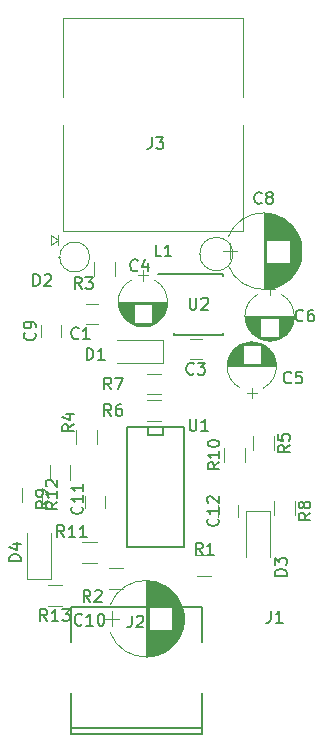
<source format=gto>
G04 #@! TF.FileFunction,Legend,Top*
%FSLAX46Y46*%
G04 Gerber Fmt 4.6, Leading zero omitted, Abs format (unit mm)*
G04 Created by KiCad (PCBNEW 4.0.6) date 08/29/19 03:11:04*
%MOMM*%
%LPD*%
G01*
G04 APERTURE LIST*
%ADD10C,0.100000*%
%ADD11C,0.120000*%
%ADD12C,0.150000*%
G04 APERTURE END LIST*
D10*
D11*
X142050000Y-104520000D02*
X142050000Y-103320000D01*
X143810000Y-103320000D02*
X143810000Y-104520000D01*
D12*
X155836000Y-108380000D02*
X151010000Y-108380000D01*
X151010000Y-108380000D02*
X151010000Y-98220000D01*
X151010000Y-98220000D02*
X155836000Y-98220000D01*
X155836000Y-98220000D02*
X155836000Y-108380000D01*
X154058000Y-98220000D02*
X154058000Y-98855000D01*
X154058000Y-98855000D02*
X152788000Y-98855000D01*
X152788000Y-98855000D02*
X152788000Y-98220000D01*
D11*
X160400000Y-105800000D02*
X160400000Y-104800000D01*
X158700000Y-104800000D02*
X158700000Y-105800000D01*
X148500000Y-87750000D02*
X147500000Y-87750000D01*
X147500000Y-89450000D02*
X148500000Y-89450000D01*
X165567820Y-82120864D02*
G75*
G03X159532518Y-82120000I-3017820J-1179136D01*
G01*
X165567820Y-84479136D02*
G75*
G02X159532518Y-84480000I-3017820J1179136D01*
G01*
X165567820Y-84479136D02*
G75*
G03X165567482Y-82120000I-3017820J1179136D01*
G01*
X162550000Y-80100000D02*
X162550000Y-86500000D01*
X162590000Y-80100000D02*
X162590000Y-86500000D01*
X162630000Y-80100000D02*
X162630000Y-86500000D01*
X162670000Y-80102000D02*
X162670000Y-86498000D01*
X162710000Y-80103000D02*
X162710000Y-86497000D01*
X162750000Y-80106000D02*
X162750000Y-86494000D01*
X162790000Y-80108000D02*
X162790000Y-86492000D01*
X162830000Y-80112000D02*
X162830000Y-82320000D01*
X162830000Y-84280000D02*
X162830000Y-86488000D01*
X162870000Y-80115000D02*
X162870000Y-82320000D01*
X162870000Y-84280000D02*
X162870000Y-86485000D01*
X162910000Y-80120000D02*
X162910000Y-82320000D01*
X162910000Y-84280000D02*
X162910000Y-86480000D01*
X162950000Y-80124000D02*
X162950000Y-82320000D01*
X162950000Y-84280000D02*
X162950000Y-86476000D01*
X162990000Y-80130000D02*
X162990000Y-82320000D01*
X162990000Y-84280000D02*
X162990000Y-86470000D01*
X163030000Y-80135000D02*
X163030000Y-82320000D01*
X163030000Y-84280000D02*
X163030000Y-86465000D01*
X163070000Y-80142000D02*
X163070000Y-82320000D01*
X163070000Y-84280000D02*
X163070000Y-86458000D01*
X163110000Y-80148000D02*
X163110000Y-82320000D01*
X163110000Y-84280000D02*
X163110000Y-86452000D01*
X163150000Y-80156000D02*
X163150000Y-82320000D01*
X163150000Y-84280000D02*
X163150000Y-86444000D01*
X163190000Y-80163000D02*
X163190000Y-82320000D01*
X163190000Y-84280000D02*
X163190000Y-86437000D01*
X163230000Y-80172000D02*
X163230000Y-82320000D01*
X163230000Y-84280000D02*
X163230000Y-86428000D01*
X163271000Y-80181000D02*
X163271000Y-82320000D01*
X163271000Y-84280000D02*
X163271000Y-86419000D01*
X163311000Y-80190000D02*
X163311000Y-82320000D01*
X163311000Y-84280000D02*
X163311000Y-86410000D01*
X163351000Y-80200000D02*
X163351000Y-82320000D01*
X163351000Y-84280000D02*
X163351000Y-86400000D01*
X163391000Y-80210000D02*
X163391000Y-82320000D01*
X163391000Y-84280000D02*
X163391000Y-86390000D01*
X163431000Y-80221000D02*
X163431000Y-82320000D01*
X163431000Y-84280000D02*
X163431000Y-86379000D01*
X163471000Y-80233000D02*
X163471000Y-82320000D01*
X163471000Y-84280000D02*
X163471000Y-86367000D01*
X163511000Y-80245000D02*
X163511000Y-82320000D01*
X163511000Y-84280000D02*
X163511000Y-86355000D01*
X163551000Y-80258000D02*
X163551000Y-82320000D01*
X163551000Y-84280000D02*
X163551000Y-86342000D01*
X163591000Y-80271000D02*
X163591000Y-82320000D01*
X163591000Y-84280000D02*
X163591000Y-86329000D01*
X163631000Y-80285000D02*
X163631000Y-82320000D01*
X163631000Y-84280000D02*
X163631000Y-86315000D01*
X163671000Y-80299000D02*
X163671000Y-82320000D01*
X163671000Y-84280000D02*
X163671000Y-86301000D01*
X163711000Y-80314000D02*
X163711000Y-82320000D01*
X163711000Y-84280000D02*
X163711000Y-86286000D01*
X163751000Y-80330000D02*
X163751000Y-82320000D01*
X163751000Y-84280000D02*
X163751000Y-86270000D01*
X163791000Y-80346000D02*
X163791000Y-82320000D01*
X163791000Y-84280000D02*
X163791000Y-86254000D01*
X163831000Y-80363000D02*
X163831000Y-82320000D01*
X163831000Y-84280000D02*
X163831000Y-86237000D01*
X163871000Y-80381000D02*
X163871000Y-82320000D01*
X163871000Y-84280000D02*
X163871000Y-86219000D01*
X163911000Y-80399000D02*
X163911000Y-82320000D01*
X163911000Y-84280000D02*
X163911000Y-86201000D01*
X163951000Y-80418000D02*
X163951000Y-82320000D01*
X163951000Y-84280000D02*
X163951000Y-86182000D01*
X163991000Y-80437000D02*
X163991000Y-82320000D01*
X163991000Y-84280000D02*
X163991000Y-86163000D01*
X164031000Y-80457000D02*
X164031000Y-82320000D01*
X164031000Y-84280000D02*
X164031000Y-86143000D01*
X164071000Y-80478000D02*
X164071000Y-82320000D01*
X164071000Y-84280000D02*
X164071000Y-86122000D01*
X164111000Y-80500000D02*
X164111000Y-82320000D01*
X164111000Y-84280000D02*
X164111000Y-86100000D01*
X164151000Y-80522000D02*
X164151000Y-82320000D01*
X164151000Y-84280000D02*
X164151000Y-86078000D01*
X164191000Y-80545000D02*
X164191000Y-82320000D01*
X164191000Y-84280000D02*
X164191000Y-86055000D01*
X164231000Y-80569000D02*
X164231000Y-82320000D01*
X164231000Y-84280000D02*
X164231000Y-86031000D01*
X164271000Y-80594000D02*
X164271000Y-82320000D01*
X164271000Y-84280000D02*
X164271000Y-86006000D01*
X164311000Y-80619000D02*
X164311000Y-82320000D01*
X164311000Y-84280000D02*
X164311000Y-85981000D01*
X164351000Y-80646000D02*
X164351000Y-82320000D01*
X164351000Y-84280000D02*
X164351000Y-85954000D01*
X164391000Y-80673000D02*
X164391000Y-82320000D01*
X164391000Y-84280000D02*
X164391000Y-85927000D01*
X164431000Y-80701000D02*
X164431000Y-82320000D01*
X164431000Y-84280000D02*
X164431000Y-85899000D01*
X164471000Y-80730000D02*
X164471000Y-82320000D01*
X164471000Y-84280000D02*
X164471000Y-85870000D01*
X164511000Y-80760000D02*
X164511000Y-82320000D01*
X164511000Y-84280000D02*
X164511000Y-85840000D01*
X164551000Y-80790000D02*
X164551000Y-82320000D01*
X164551000Y-84280000D02*
X164551000Y-85810000D01*
X164591000Y-80822000D02*
X164591000Y-82320000D01*
X164591000Y-84280000D02*
X164591000Y-85778000D01*
X164631000Y-80855000D02*
X164631000Y-82320000D01*
X164631000Y-84280000D02*
X164631000Y-85745000D01*
X164671000Y-80889000D02*
X164671000Y-82320000D01*
X164671000Y-84280000D02*
X164671000Y-85711000D01*
X164711000Y-80925000D02*
X164711000Y-82320000D01*
X164711000Y-84280000D02*
X164711000Y-85675000D01*
X164751000Y-80961000D02*
X164751000Y-82320000D01*
X164751000Y-84280000D02*
X164751000Y-85639000D01*
X164791000Y-80999000D02*
X164791000Y-85601000D01*
X164831000Y-81038000D02*
X164831000Y-85562000D01*
X164871000Y-81078000D02*
X164871000Y-85522000D01*
X164911000Y-81120000D02*
X164911000Y-85480000D01*
X164951000Y-81163000D02*
X164951000Y-85437000D01*
X164991000Y-81208000D02*
X164991000Y-85392000D01*
X165031000Y-81255000D02*
X165031000Y-85345000D01*
X165071000Y-81303000D02*
X165071000Y-85297000D01*
X165111000Y-81354000D02*
X165111000Y-85246000D01*
X165151000Y-81406000D02*
X165151000Y-85194000D01*
X165191000Y-81461000D02*
X165191000Y-85139000D01*
X165231000Y-81519000D02*
X165231000Y-85081000D01*
X165271000Y-81579000D02*
X165271000Y-85021000D01*
X165311000Y-81642000D02*
X165311000Y-84958000D01*
X165351000Y-81709000D02*
X165351000Y-84891000D01*
X165391000Y-81780000D02*
X165391000Y-84820000D01*
X165431000Y-81855000D02*
X165431000Y-84745000D01*
X165471000Y-81936000D02*
X165471000Y-84664000D01*
X165511000Y-82022000D02*
X165511000Y-84578000D01*
X165551000Y-82116000D02*
X165551000Y-84484000D01*
X165591000Y-82219000D02*
X165591000Y-84381000D01*
X165631000Y-82334000D02*
X165631000Y-84266000D01*
X165671000Y-82466000D02*
X165671000Y-84134000D01*
X165711000Y-82624000D02*
X165711000Y-83976000D01*
X165751000Y-82832000D02*
X165751000Y-83768000D01*
X159100000Y-83300000D02*
X160300000Y-83300000D01*
X159700000Y-82650000D02*
X159700000Y-83950000D01*
X160770000Y-63580000D02*
X145530000Y-63580000D01*
X145530000Y-81610000D02*
X145540000Y-72620000D01*
X145530000Y-81610000D02*
X160770000Y-81610000D01*
X160770000Y-81610000D02*
X160770000Y-72610000D01*
X145540000Y-70280000D02*
X145530000Y-63580000D01*
X160770000Y-70290000D02*
X160770000Y-63580000D01*
D12*
X157360060Y-124198960D02*
X157360060Y-123650320D01*
X146239940Y-123650320D02*
X146239940Y-124198960D01*
X146239940Y-124198960D02*
X157360060Y-124198960D01*
X157360060Y-116418940D02*
X157360060Y-113449680D01*
X157360060Y-113449680D02*
X151800000Y-113449680D01*
X146239940Y-120681060D02*
X146239940Y-123650320D01*
X146239940Y-123650320D02*
X157360060Y-123650320D01*
X157360060Y-123650320D02*
X157360060Y-120681060D01*
X151800000Y-113449680D02*
X146239940Y-113449680D01*
X146239940Y-113449680D02*
X146239940Y-116418940D01*
X154975000Y-85225000D02*
X154975000Y-85275000D01*
X159125000Y-85225000D02*
X159125000Y-85370000D01*
X159125000Y-90375000D02*
X159125000Y-90230000D01*
X154975000Y-90375000D02*
X154975000Y-90230000D01*
X154975000Y-85225000D02*
X159125000Y-85225000D01*
X154975000Y-90375000D02*
X159125000Y-90375000D01*
X154975000Y-85275000D02*
X153575000Y-85275000D01*
D11*
X145283629Y-83800000D02*
X145110000Y-83800000D01*
X145153000Y-82820000D02*
X145153000Y-81931000D01*
X145153000Y-82375500D02*
X144560333Y-82820000D01*
X144560333Y-82820000D02*
X144560333Y-81931000D01*
X144560333Y-81931000D02*
X145153000Y-82375500D01*
X147816371Y-83800000D02*
G75*
G03X147816371Y-83800000I-1266371J0D01*
G01*
X159960000Y-83550000D02*
G75*
G03X159960000Y-83550000I-1410000J0D01*
G01*
X157140000Y-83550000D02*
X157110000Y-83550000D01*
X153304170Y-89446436D02*
G75*
G03X153305000Y-85754004I-979170J1846436D01*
G01*
X151345830Y-89446436D02*
G75*
G02X151345000Y-85754004I979170J1846436D01*
G01*
X151345830Y-89446436D02*
G75*
G03X153305000Y-89445996I979170J1846436D01*
G01*
X154375000Y-87600000D02*
X150275000Y-87600000D01*
X154375000Y-87640000D02*
X150275000Y-87640000D01*
X154374000Y-87680000D02*
X150276000Y-87680000D01*
X154372000Y-87720000D02*
X150278000Y-87720000D01*
X154369000Y-87760000D02*
X150281000Y-87760000D01*
X154366000Y-87800000D02*
X150284000Y-87800000D01*
X154362000Y-87840000D02*
X153105000Y-87840000D01*
X151545000Y-87840000D02*
X150288000Y-87840000D01*
X154357000Y-87880000D02*
X153105000Y-87880000D01*
X151545000Y-87880000D02*
X150293000Y-87880000D01*
X154351000Y-87920000D02*
X153105000Y-87920000D01*
X151545000Y-87920000D02*
X150299000Y-87920000D01*
X154344000Y-87960000D02*
X153105000Y-87960000D01*
X151545000Y-87960000D02*
X150306000Y-87960000D01*
X154337000Y-88000000D02*
X153105000Y-88000000D01*
X151545000Y-88000000D02*
X150313000Y-88000000D01*
X154329000Y-88040000D02*
X153105000Y-88040000D01*
X151545000Y-88040000D02*
X150321000Y-88040000D01*
X154320000Y-88080000D02*
X153105000Y-88080000D01*
X151545000Y-88080000D02*
X150330000Y-88080000D01*
X154310000Y-88120000D02*
X153105000Y-88120000D01*
X151545000Y-88120000D02*
X150340000Y-88120000D01*
X154299000Y-88160000D02*
X153105000Y-88160000D01*
X151545000Y-88160000D02*
X150351000Y-88160000D01*
X154288000Y-88200000D02*
X153105000Y-88200000D01*
X151545000Y-88200000D02*
X150362000Y-88200000D01*
X154275000Y-88240000D02*
X153105000Y-88240000D01*
X151545000Y-88240000D02*
X150375000Y-88240000D01*
X154262000Y-88280000D02*
X153105000Y-88280000D01*
X151545000Y-88280000D02*
X150388000Y-88280000D01*
X154248000Y-88321000D02*
X153105000Y-88321000D01*
X151545000Y-88321000D02*
X150402000Y-88321000D01*
X154232000Y-88361000D02*
X153105000Y-88361000D01*
X151545000Y-88361000D02*
X150418000Y-88361000D01*
X154216000Y-88401000D02*
X153105000Y-88401000D01*
X151545000Y-88401000D02*
X150434000Y-88401000D01*
X154199000Y-88441000D02*
X153105000Y-88441000D01*
X151545000Y-88441000D02*
X150451000Y-88441000D01*
X154181000Y-88481000D02*
X153105000Y-88481000D01*
X151545000Y-88481000D02*
X150469000Y-88481000D01*
X154162000Y-88521000D02*
X153105000Y-88521000D01*
X151545000Y-88521000D02*
X150488000Y-88521000D01*
X154142000Y-88561000D02*
X153105000Y-88561000D01*
X151545000Y-88561000D02*
X150508000Y-88561000D01*
X154121000Y-88601000D02*
X153105000Y-88601000D01*
X151545000Y-88601000D02*
X150529000Y-88601000D01*
X154098000Y-88641000D02*
X153105000Y-88641000D01*
X151545000Y-88641000D02*
X150552000Y-88641000D01*
X154075000Y-88681000D02*
X153105000Y-88681000D01*
X151545000Y-88681000D02*
X150575000Y-88681000D01*
X154050000Y-88721000D02*
X153105000Y-88721000D01*
X151545000Y-88721000D02*
X150600000Y-88721000D01*
X154024000Y-88761000D02*
X153105000Y-88761000D01*
X151545000Y-88761000D02*
X150626000Y-88761000D01*
X153997000Y-88801000D02*
X153105000Y-88801000D01*
X151545000Y-88801000D02*
X150653000Y-88801000D01*
X153968000Y-88841000D02*
X153105000Y-88841000D01*
X151545000Y-88841000D02*
X150682000Y-88841000D01*
X153938000Y-88881000D02*
X153105000Y-88881000D01*
X151545000Y-88881000D02*
X150712000Y-88881000D01*
X153906000Y-88921000D02*
X153105000Y-88921000D01*
X151545000Y-88921000D02*
X150744000Y-88921000D01*
X153872000Y-88961000D02*
X153105000Y-88961000D01*
X151545000Y-88961000D02*
X150778000Y-88961000D01*
X153837000Y-89001000D02*
X153105000Y-89001000D01*
X151545000Y-89001000D02*
X150813000Y-89001000D01*
X153800000Y-89041000D02*
X153105000Y-89041000D01*
X151545000Y-89041000D02*
X150850000Y-89041000D01*
X153761000Y-89081000D02*
X153105000Y-89081000D01*
X151545000Y-89081000D02*
X150889000Y-89081000D01*
X153720000Y-89121000D02*
X153105000Y-89121000D01*
X151545000Y-89121000D02*
X150930000Y-89121000D01*
X153676000Y-89161000D02*
X153105000Y-89161000D01*
X151545000Y-89161000D02*
X150974000Y-89161000D01*
X153630000Y-89201000D02*
X153105000Y-89201000D01*
X151545000Y-89201000D02*
X151020000Y-89201000D01*
X153581000Y-89241000D02*
X153105000Y-89241000D01*
X151545000Y-89241000D02*
X151069000Y-89241000D01*
X153529000Y-89281000D02*
X153105000Y-89281000D01*
X151545000Y-89281000D02*
X151121000Y-89281000D01*
X153473000Y-89321000D02*
X153105000Y-89321000D01*
X151545000Y-89321000D02*
X151177000Y-89321000D01*
X153413000Y-89361000D02*
X153105000Y-89361000D01*
X151545000Y-89361000D02*
X151237000Y-89361000D01*
X153348000Y-89401000D02*
X151302000Y-89401000D01*
X153277000Y-89441000D02*
X151373000Y-89441000D01*
X153199000Y-89481000D02*
X151451000Y-89481000D01*
X153111000Y-89521000D02*
X151539000Y-89521000D01*
X153011000Y-89561000D02*
X151639000Y-89561000D01*
X152892000Y-89601000D02*
X151758000Y-89601000D01*
X152740000Y-89641000D02*
X151910000Y-89641000D01*
X152490000Y-89681000D02*
X152160000Y-89681000D01*
X152325000Y-84900000D02*
X152325000Y-85800000D01*
X152775000Y-85350000D02*
X151875000Y-85350000D01*
X160570830Y-91203564D02*
G75*
G03X160570000Y-94895996I979170J-1846436D01*
G01*
X162529170Y-91203564D02*
G75*
G02X162530000Y-94895996I-979170J-1846436D01*
G01*
X162529170Y-91203564D02*
G75*
G03X160570000Y-91204004I-979170J-1846436D01*
G01*
X159500000Y-93050000D02*
X163600000Y-93050000D01*
X159500000Y-93010000D02*
X163600000Y-93010000D01*
X159501000Y-92970000D02*
X163599000Y-92970000D01*
X159503000Y-92930000D02*
X163597000Y-92930000D01*
X159506000Y-92890000D02*
X163594000Y-92890000D01*
X159509000Y-92850000D02*
X163591000Y-92850000D01*
X159513000Y-92810000D02*
X160770000Y-92810000D01*
X162330000Y-92810000D02*
X163587000Y-92810000D01*
X159518000Y-92770000D02*
X160770000Y-92770000D01*
X162330000Y-92770000D02*
X163582000Y-92770000D01*
X159524000Y-92730000D02*
X160770000Y-92730000D01*
X162330000Y-92730000D02*
X163576000Y-92730000D01*
X159531000Y-92690000D02*
X160770000Y-92690000D01*
X162330000Y-92690000D02*
X163569000Y-92690000D01*
X159538000Y-92650000D02*
X160770000Y-92650000D01*
X162330000Y-92650000D02*
X163562000Y-92650000D01*
X159546000Y-92610000D02*
X160770000Y-92610000D01*
X162330000Y-92610000D02*
X163554000Y-92610000D01*
X159555000Y-92570000D02*
X160770000Y-92570000D01*
X162330000Y-92570000D02*
X163545000Y-92570000D01*
X159565000Y-92530000D02*
X160770000Y-92530000D01*
X162330000Y-92530000D02*
X163535000Y-92530000D01*
X159576000Y-92490000D02*
X160770000Y-92490000D01*
X162330000Y-92490000D02*
X163524000Y-92490000D01*
X159587000Y-92450000D02*
X160770000Y-92450000D01*
X162330000Y-92450000D02*
X163513000Y-92450000D01*
X159600000Y-92410000D02*
X160770000Y-92410000D01*
X162330000Y-92410000D02*
X163500000Y-92410000D01*
X159613000Y-92370000D02*
X160770000Y-92370000D01*
X162330000Y-92370000D02*
X163487000Y-92370000D01*
X159627000Y-92329000D02*
X160770000Y-92329000D01*
X162330000Y-92329000D02*
X163473000Y-92329000D01*
X159643000Y-92289000D02*
X160770000Y-92289000D01*
X162330000Y-92289000D02*
X163457000Y-92289000D01*
X159659000Y-92249000D02*
X160770000Y-92249000D01*
X162330000Y-92249000D02*
X163441000Y-92249000D01*
X159676000Y-92209000D02*
X160770000Y-92209000D01*
X162330000Y-92209000D02*
X163424000Y-92209000D01*
X159694000Y-92169000D02*
X160770000Y-92169000D01*
X162330000Y-92169000D02*
X163406000Y-92169000D01*
X159713000Y-92129000D02*
X160770000Y-92129000D01*
X162330000Y-92129000D02*
X163387000Y-92129000D01*
X159733000Y-92089000D02*
X160770000Y-92089000D01*
X162330000Y-92089000D02*
X163367000Y-92089000D01*
X159754000Y-92049000D02*
X160770000Y-92049000D01*
X162330000Y-92049000D02*
X163346000Y-92049000D01*
X159777000Y-92009000D02*
X160770000Y-92009000D01*
X162330000Y-92009000D02*
X163323000Y-92009000D01*
X159800000Y-91969000D02*
X160770000Y-91969000D01*
X162330000Y-91969000D02*
X163300000Y-91969000D01*
X159825000Y-91929000D02*
X160770000Y-91929000D01*
X162330000Y-91929000D02*
X163275000Y-91929000D01*
X159851000Y-91889000D02*
X160770000Y-91889000D01*
X162330000Y-91889000D02*
X163249000Y-91889000D01*
X159878000Y-91849000D02*
X160770000Y-91849000D01*
X162330000Y-91849000D02*
X163222000Y-91849000D01*
X159907000Y-91809000D02*
X160770000Y-91809000D01*
X162330000Y-91809000D02*
X163193000Y-91809000D01*
X159937000Y-91769000D02*
X160770000Y-91769000D01*
X162330000Y-91769000D02*
X163163000Y-91769000D01*
X159969000Y-91729000D02*
X160770000Y-91729000D01*
X162330000Y-91729000D02*
X163131000Y-91729000D01*
X160003000Y-91689000D02*
X160770000Y-91689000D01*
X162330000Y-91689000D02*
X163097000Y-91689000D01*
X160038000Y-91649000D02*
X160770000Y-91649000D01*
X162330000Y-91649000D02*
X163062000Y-91649000D01*
X160075000Y-91609000D02*
X160770000Y-91609000D01*
X162330000Y-91609000D02*
X163025000Y-91609000D01*
X160114000Y-91569000D02*
X160770000Y-91569000D01*
X162330000Y-91569000D02*
X162986000Y-91569000D01*
X160155000Y-91529000D02*
X160770000Y-91529000D01*
X162330000Y-91529000D02*
X162945000Y-91529000D01*
X160199000Y-91489000D02*
X160770000Y-91489000D01*
X162330000Y-91489000D02*
X162901000Y-91489000D01*
X160245000Y-91449000D02*
X160770000Y-91449000D01*
X162330000Y-91449000D02*
X162855000Y-91449000D01*
X160294000Y-91409000D02*
X160770000Y-91409000D01*
X162330000Y-91409000D02*
X162806000Y-91409000D01*
X160346000Y-91369000D02*
X160770000Y-91369000D01*
X162330000Y-91369000D02*
X162754000Y-91369000D01*
X160402000Y-91329000D02*
X160770000Y-91329000D01*
X162330000Y-91329000D02*
X162698000Y-91329000D01*
X160462000Y-91289000D02*
X160770000Y-91289000D01*
X162330000Y-91289000D02*
X162638000Y-91289000D01*
X160527000Y-91249000D02*
X162573000Y-91249000D01*
X160598000Y-91209000D02*
X162502000Y-91209000D01*
X160676000Y-91169000D02*
X162424000Y-91169000D01*
X160764000Y-91129000D02*
X162336000Y-91129000D01*
X160864000Y-91089000D02*
X162236000Y-91089000D01*
X160983000Y-91049000D02*
X162117000Y-91049000D01*
X161135000Y-91009000D02*
X161965000Y-91009000D01*
X161385000Y-90969000D02*
X161715000Y-90969000D01*
X161550000Y-95750000D02*
X161550000Y-94850000D01*
X161100000Y-95300000D02*
X162000000Y-95300000D01*
X164029170Y-90646436D02*
G75*
G03X164030000Y-86954004I-979170J1846436D01*
G01*
X162070830Y-90646436D02*
G75*
G02X162070000Y-86954004I979170J1846436D01*
G01*
X162070830Y-90646436D02*
G75*
G03X164030000Y-90645996I979170J1846436D01*
G01*
X165100000Y-88800000D02*
X161000000Y-88800000D01*
X165100000Y-88840000D02*
X161000000Y-88840000D01*
X165099000Y-88880000D02*
X161001000Y-88880000D01*
X165097000Y-88920000D02*
X161003000Y-88920000D01*
X165094000Y-88960000D02*
X161006000Y-88960000D01*
X165091000Y-89000000D02*
X161009000Y-89000000D01*
X165087000Y-89040000D02*
X163830000Y-89040000D01*
X162270000Y-89040000D02*
X161013000Y-89040000D01*
X165082000Y-89080000D02*
X163830000Y-89080000D01*
X162270000Y-89080000D02*
X161018000Y-89080000D01*
X165076000Y-89120000D02*
X163830000Y-89120000D01*
X162270000Y-89120000D02*
X161024000Y-89120000D01*
X165069000Y-89160000D02*
X163830000Y-89160000D01*
X162270000Y-89160000D02*
X161031000Y-89160000D01*
X165062000Y-89200000D02*
X163830000Y-89200000D01*
X162270000Y-89200000D02*
X161038000Y-89200000D01*
X165054000Y-89240000D02*
X163830000Y-89240000D01*
X162270000Y-89240000D02*
X161046000Y-89240000D01*
X165045000Y-89280000D02*
X163830000Y-89280000D01*
X162270000Y-89280000D02*
X161055000Y-89280000D01*
X165035000Y-89320000D02*
X163830000Y-89320000D01*
X162270000Y-89320000D02*
X161065000Y-89320000D01*
X165024000Y-89360000D02*
X163830000Y-89360000D01*
X162270000Y-89360000D02*
X161076000Y-89360000D01*
X165013000Y-89400000D02*
X163830000Y-89400000D01*
X162270000Y-89400000D02*
X161087000Y-89400000D01*
X165000000Y-89440000D02*
X163830000Y-89440000D01*
X162270000Y-89440000D02*
X161100000Y-89440000D01*
X164987000Y-89480000D02*
X163830000Y-89480000D01*
X162270000Y-89480000D02*
X161113000Y-89480000D01*
X164973000Y-89521000D02*
X163830000Y-89521000D01*
X162270000Y-89521000D02*
X161127000Y-89521000D01*
X164957000Y-89561000D02*
X163830000Y-89561000D01*
X162270000Y-89561000D02*
X161143000Y-89561000D01*
X164941000Y-89601000D02*
X163830000Y-89601000D01*
X162270000Y-89601000D02*
X161159000Y-89601000D01*
X164924000Y-89641000D02*
X163830000Y-89641000D01*
X162270000Y-89641000D02*
X161176000Y-89641000D01*
X164906000Y-89681000D02*
X163830000Y-89681000D01*
X162270000Y-89681000D02*
X161194000Y-89681000D01*
X164887000Y-89721000D02*
X163830000Y-89721000D01*
X162270000Y-89721000D02*
X161213000Y-89721000D01*
X164867000Y-89761000D02*
X163830000Y-89761000D01*
X162270000Y-89761000D02*
X161233000Y-89761000D01*
X164846000Y-89801000D02*
X163830000Y-89801000D01*
X162270000Y-89801000D02*
X161254000Y-89801000D01*
X164823000Y-89841000D02*
X163830000Y-89841000D01*
X162270000Y-89841000D02*
X161277000Y-89841000D01*
X164800000Y-89881000D02*
X163830000Y-89881000D01*
X162270000Y-89881000D02*
X161300000Y-89881000D01*
X164775000Y-89921000D02*
X163830000Y-89921000D01*
X162270000Y-89921000D02*
X161325000Y-89921000D01*
X164749000Y-89961000D02*
X163830000Y-89961000D01*
X162270000Y-89961000D02*
X161351000Y-89961000D01*
X164722000Y-90001000D02*
X163830000Y-90001000D01*
X162270000Y-90001000D02*
X161378000Y-90001000D01*
X164693000Y-90041000D02*
X163830000Y-90041000D01*
X162270000Y-90041000D02*
X161407000Y-90041000D01*
X164663000Y-90081000D02*
X163830000Y-90081000D01*
X162270000Y-90081000D02*
X161437000Y-90081000D01*
X164631000Y-90121000D02*
X163830000Y-90121000D01*
X162270000Y-90121000D02*
X161469000Y-90121000D01*
X164597000Y-90161000D02*
X163830000Y-90161000D01*
X162270000Y-90161000D02*
X161503000Y-90161000D01*
X164562000Y-90201000D02*
X163830000Y-90201000D01*
X162270000Y-90201000D02*
X161538000Y-90201000D01*
X164525000Y-90241000D02*
X163830000Y-90241000D01*
X162270000Y-90241000D02*
X161575000Y-90241000D01*
X164486000Y-90281000D02*
X163830000Y-90281000D01*
X162270000Y-90281000D02*
X161614000Y-90281000D01*
X164445000Y-90321000D02*
X163830000Y-90321000D01*
X162270000Y-90321000D02*
X161655000Y-90321000D01*
X164401000Y-90361000D02*
X163830000Y-90361000D01*
X162270000Y-90361000D02*
X161699000Y-90361000D01*
X164355000Y-90401000D02*
X163830000Y-90401000D01*
X162270000Y-90401000D02*
X161745000Y-90401000D01*
X164306000Y-90441000D02*
X163830000Y-90441000D01*
X162270000Y-90441000D02*
X161794000Y-90441000D01*
X164254000Y-90481000D02*
X163830000Y-90481000D01*
X162270000Y-90481000D02*
X161846000Y-90481000D01*
X164198000Y-90521000D02*
X163830000Y-90521000D01*
X162270000Y-90521000D02*
X161902000Y-90521000D01*
X164138000Y-90561000D02*
X163830000Y-90561000D01*
X162270000Y-90561000D02*
X161962000Y-90561000D01*
X164073000Y-90601000D02*
X162027000Y-90601000D01*
X164002000Y-90641000D02*
X162098000Y-90641000D01*
X163924000Y-90681000D02*
X162176000Y-90681000D01*
X163836000Y-90721000D02*
X162264000Y-90721000D01*
X163736000Y-90761000D02*
X162364000Y-90761000D01*
X163617000Y-90801000D02*
X162483000Y-90801000D01*
X163465000Y-90841000D02*
X162635000Y-90841000D01*
X163215000Y-90881000D02*
X162885000Y-90881000D01*
X163050000Y-86100000D02*
X163050000Y-87000000D01*
X163500000Y-86550000D02*
X162600000Y-86550000D01*
X155592820Y-113245864D02*
G75*
G03X149557518Y-113245000I-3017820J-1179136D01*
G01*
X155592820Y-115604136D02*
G75*
G02X149557518Y-115605000I-3017820J1179136D01*
G01*
X155592820Y-115604136D02*
G75*
G03X155592482Y-113245000I-3017820J1179136D01*
G01*
X152575000Y-111225000D02*
X152575000Y-117625000D01*
X152615000Y-111225000D02*
X152615000Y-117625000D01*
X152655000Y-111225000D02*
X152655000Y-117625000D01*
X152695000Y-111227000D02*
X152695000Y-117623000D01*
X152735000Y-111228000D02*
X152735000Y-117622000D01*
X152775000Y-111231000D02*
X152775000Y-117619000D01*
X152815000Y-111233000D02*
X152815000Y-117617000D01*
X152855000Y-111237000D02*
X152855000Y-113445000D01*
X152855000Y-115405000D02*
X152855000Y-117613000D01*
X152895000Y-111240000D02*
X152895000Y-113445000D01*
X152895000Y-115405000D02*
X152895000Y-117610000D01*
X152935000Y-111245000D02*
X152935000Y-113445000D01*
X152935000Y-115405000D02*
X152935000Y-117605000D01*
X152975000Y-111249000D02*
X152975000Y-113445000D01*
X152975000Y-115405000D02*
X152975000Y-117601000D01*
X153015000Y-111255000D02*
X153015000Y-113445000D01*
X153015000Y-115405000D02*
X153015000Y-117595000D01*
X153055000Y-111260000D02*
X153055000Y-113445000D01*
X153055000Y-115405000D02*
X153055000Y-117590000D01*
X153095000Y-111267000D02*
X153095000Y-113445000D01*
X153095000Y-115405000D02*
X153095000Y-117583000D01*
X153135000Y-111273000D02*
X153135000Y-113445000D01*
X153135000Y-115405000D02*
X153135000Y-117577000D01*
X153175000Y-111281000D02*
X153175000Y-113445000D01*
X153175000Y-115405000D02*
X153175000Y-117569000D01*
X153215000Y-111288000D02*
X153215000Y-113445000D01*
X153215000Y-115405000D02*
X153215000Y-117562000D01*
X153255000Y-111297000D02*
X153255000Y-113445000D01*
X153255000Y-115405000D02*
X153255000Y-117553000D01*
X153296000Y-111306000D02*
X153296000Y-113445000D01*
X153296000Y-115405000D02*
X153296000Y-117544000D01*
X153336000Y-111315000D02*
X153336000Y-113445000D01*
X153336000Y-115405000D02*
X153336000Y-117535000D01*
X153376000Y-111325000D02*
X153376000Y-113445000D01*
X153376000Y-115405000D02*
X153376000Y-117525000D01*
X153416000Y-111335000D02*
X153416000Y-113445000D01*
X153416000Y-115405000D02*
X153416000Y-117515000D01*
X153456000Y-111346000D02*
X153456000Y-113445000D01*
X153456000Y-115405000D02*
X153456000Y-117504000D01*
X153496000Y-111358000D02*
X153496000Y-113445000D01*
X153496000Y-115405000D02*
X153496000Y-117492000D01*
X153536000Y-111370000D02*
X153536000Y-113445000D01*
X153536000Y-115405000D02*
X153536000Y-117480000D01*
X153576000Y-111383000D02*
X153576000Y-113445000D01*
X153576000Y-115405000D02*
X153576000Y-117467000D01*
X153616000Y-111396000D02*
X153616000Y-113445000D01*
X153616000Y-115405000D02*
X153616000Y-117454000D01*
X153656000Y-111410000D02*
X153656000Y-113445000D01*
X153656000Y-115405000D02*
X153656000Y-117440000D01*
X153696000Y-111424000D02*
X153696000Y-113445000D01*
X153696000Y-115405000D02*
X153696000Y-117426000D01*
X153736000Y-111439000D02*
X153736000Y-113445000D01*
X153736000Y-115405000D02*
X153736000Y-117411000D01*
X153776000Y-111455000D02*
X153776000Y-113445000D01*
X153776000Y-115405000D02*
X153776000Y-117395000D01*
X153816000Y-111471000D02*
X153816000Y-113445000D01*
X153816000Y-115405000D02*
X153816000Y-117379000D01*
X153856000Y-111488000D02*
X153856000Y-113445000D01*
X153856000Y-115405000D02*
X153856000Y-117362000D01*
X153896000Y-111506000D02*
X153896000Y-113445000D01*
X153896000Y-115405000D02*
X153896000Y-117344000D01*
X153936000Y-111524000D02*
X153936000Y-113445000D01*
X153936000Y-115405000D02*
X153936000Y-117326000D01*
X153976000Y-111543000D02*
X153976000Y-113445000D01*
X153976000Y-115405000D02*
X153976000Y-117307000D01*
X154016000Y-111562000D02*
X154016000Y-113445000D01*
X154016000Y-115405000D02*
X154016000Y-117288000D01*
X154056000Y-111582000D02*
X154056000Y-113445000D01*
X154056000Y-115405000D02*
X154056000Y-117268000D01*
X154096000Y-111603000D02*
X154096000Y-113445000D01*
X154096000Y-115405000D02*
X154096000Y-117247000D01*
X154136000Y-111625000D02*
X154136000Y-113445000D01*
X154136000Y-115405000D02*
X154136000Y-117225000D01*
X154176000Y-111647000D02*
X154176000Y-113445000D01*
X154176000Y-115405000D02*
X154176000Y-117203000D01*
X154216000Y-111670000D02*
X154216000Y-113445000D01*
X154216000Y-115405000D02*
X154216000Y-117180000D01*
X154256000Y-111694000D02*
X154256000Y-113445000D01*
X154256000Y-115405000D02*
X154256000Y-117156000D01*
X154296000Y-111719000D02*
X154296000Y-113445000D01*
X154296000Y-115405000D02*
X154296000Y-117131000D01*
X154336000Y-111744000D02*
X154336000Y-113445000D01*
X154336000Y-115405000D02*
X154336000Y-117106000D01*
X154376000Y-111771000D02*
X154376000Y-113445000D01*
X154376000Y-115405000D02*
X154376000Y-117079000D01*
X154416000Y-111798000D02*
X154416000Y-113445000D01*
X154416000Y-115405000D02*
X154416000Y-117052000D01*
X154456000Y-111826000D02*
X154456000Y-113445000D01*
X154456000Y-115405000D02*
X154456000Y-117024000D01*
X154496000Y-111855000D02*
X154496000Y-113445000D01*
X154496000Y-115405000D02*
X154496000Y-116995000D01*
X154536000Y-111885000D02*
X154536000Y-113445000D01*
X154536000Y-115405000D02*
X154536000Y-116965000D01*
X154576000Y-111915000D02*
X154576000Y-113445000D01*
X154576000Y-115405000D02*
X154576000Y-116935000D01*
X154616000Y-111947000D02*
X154616000Y-113445000D01*
X154616000Y-115405000D02*
X154616000Y-116903000D01*
X154656000Y-111980000D02*
X154656000Y-113445000D01*
X154656000Y-115405000D02*
X154656000Y-116870000D01*
X154696000Y-112014000D02*
X154696000Y-113445000D01*
X154696000Y-115405000D02*
X154696000Y-116836000D01*
X154736000Y-112050000D02*
X154736000Y-113445000D01*
X154736000Y-115405000D02*
X154736000Y-116800000D01*
X154776000Y-112086000D02*
X154776000Y-113445000D01*
X154776000Y-115405000D02*
X154776000Y-116764000D01*
X154816000Y-112124000D02*
X154816000Y-116726000D01*
X154856000Y-112163000D02*
X154856000Y-116687000D01*
X154896000Y-112203000D02*
X154896000Y-116647000D01*
X154936000Y-112245000D02*
X154936000Y-116605000D01*
X154976000Y-112288000D02*
X154976000Y-116562000D01*
X155016000Y-112333000D02*
X155016000Y-116517000D01*
X155056000Y-112380000D02*
X155056000Y-116470000D01*
X155096000Y-112428000D02*
X155096000Y-116422000D01*
X155136000Y-112479000D02*
X155136000Y-116371000D01*
X155176000Y-112531000D02*
X155176000Y-116319000D01*
X155216000Y-112586000D02*
X155216000Y-116264000D01*
X155256000Y-112644000D02*
X155256000Y-116206000D01*
X155296000Y-112704000D02*
X155296000Y-116146000D01*
X155336000Y-112767000D02*
X155336000Y-116083000D01*
X155376000Y-112834000D02*
X155376000Y-116016000D01*
X155416000Y-112905000D02*
X155416000Y-115945000D01*
X155456000Y-112980000D02*
X155456000Y-115870000D01*
X155496000Y-113061000D02*
X155496000Y-115789000D01*
X155536000Y-113147000D02*
X155536000Y-115703000D01*
X155576000Y-113241000D02*
X155576000Y-115609000D01*
X155616000Y-113344000D02*
X155616000Y-115506000D01*
X155656000Y-113459000D02*
X155656000Y-115391000D01*
X155696000Y-113591000D02*
X155696000Y-115259000D01*
X155736000Y-113749000D02*
X155736000Y-115101000D01*
X155776000Y-113957000D02*
X155776000Y-114893000D01*
X149125000Y-114425000D02*
X150325000Y-114425000D01*
X149725000Y-113775000D02*
X149725000Y-115075000D01*
X158125000Y-110805000D02*
X156925000Y-110805000D01*
X156925000Y-109045000D02*
X158125000Y-109045000D01*
X149450000Y-110170000D02*
X150650000Y-110170000D01*
X150650000Y-111930000D02*
X149450000Y-111930000D01*
X149930000Y-84200000D02*
X149930000Y-85400000D01*
X148170000Y-85400000D02*
X148170000Y-84200000D01*
X148430000Y-98450000D02*
X148430000Y-99650000D01*
X146670000Y-99650000D02*
X146670000Y-98450000D01*
X163430000Y-98950000D02*
X163430000Y-100150000D01*
X161670000Y-100150000D02*
X161670000Y-98950000D01*
X153900000Y-97680000D02*
X152700000Y-97680000D01*
X152700000Y-95920000D02*
X153900000Y-95920000D01*
X153900000Y-95430000D02*
X152700000Y-95430000D01*
X152700000Y-93670000D02*
X153900000Y-93670000D01*
X165180000Y-104450000D02*
X165180000Y-105650000D01*
X163420000Y-105650000D02*
X163420000Y-104450000D01*
X144420000Y-102650000D02*
X144420000Y-101450000D01*
X146180000Y-101450000D02*
X146180000Y-102650000D01*
X160930000Y-99950000D02*
X160930000Y-101150000D01*
X159170000Y-101150000D02*
X159170000Y-99950000D01*
X148400000Y-109680000D02*
X147200000Y-109680000D01*
X147200000Y-107920000D02*
X148400000Y-107920000D01*
X156300000Y-92400000D02*
X157300000Y-92400000D01*
X157300000Y-90700000D02*
X156300000Y-90700000D01*
X145400000Y-90550000D02*
X145400000Y-89550000D01*
X143700000Y-89550000D02*
X143700000Y-90550000D01*
X149150000Y-105050000D02*
X149150000Y-104050000D01*
X147450000Y-104050000D02*
X147450000Y-105050000D01*
X154050000Y-92800000D02*
X154050000Y-90800000D01*
X154050000Y-90800000D02*
X150150000Y-90800000D01*
X154050000Y-92800000D02*
X150150000Y-92800000D01*
X163050000Y-105300000D02*
X161050000Y-105300000D01*
X161050000Y-105300000D02*
X161050000Y-109200000D01*
X163050000Y-105300000D02*
X163050000Y-109200000D01*
X142550000Y-111050000D02*
X144550000Y-111050000D01*
X144550000Y-111050000D02*
X144550000Y-107150000D01*
X142550000Y-111050000D02*
X142550000Y-107150000D01*
X144270000Y-111590000D02*
X145470000Y-111590000D01*
X145470000Y-113350000D02*
X144270000Y-113350000D01*
D12*
X145082381Y-104562857D02*
X144606190Y-104896191D01*
X145082381Y-105134286D02*
X144082381Y-105134286D01*
X144082381Y-104753333D01*
X144130000Y-104658095D01*
X144177619Y-104610476D01*
X144272857Y-104562857D01*
X144415714Y-104562857D01*
X144510952Y-104610476D01*
X144558571Y-104658095D01*
X144606190Y-104753333D01*
X144606190Y-105134286D01*
X145082381Y-103610476D02*
X145082381Y-104181905D01*
X145082381Y-103896191D02*
X144082381Y-103896191D01*
X144225238Y-103991429D01*
X144320476Y-104086667D01*
X144368095Y-104181905D01*
X144177619Y-103229524D02*
X144130000Y-103181905D01*
X144082381Y-103086667D01*
X144082381Y-102848571D01*
X144130000Y-102753333D01*
X144177619Y-102705714D01*
X144272857Y-102658095D01*
X144368095Y-102658095D01*
X144510952Y-102705714D01*
X145082381Y-103277143D01*
X145082381Y-102658095D01*
X156288095Y-97502381D02*
X156288095Y-98311905D01*
X156335714Y-98407143D01*
X156383333Y-98454762D01*
X156478571Y-98502381D01*
X156669048Y-98502381D01*
X156764286Y-98454762D01*
X156811905Y-98407143D01*
X156859524Y-98311905D01*
X156859524Y-97502381D01*
X157859524Y-98502381D02*
X157288095Y-98502381D01*
X157573809Y-98502381D02*
X157573809Y-97502381D01*
X157478571Y-97645238D01*
X157383333Y-97740476D01*
X157288095Y-97788095D01*
X158657143Y-105942857D02*
X158704762Y-105990476D01*
X158752381Y-106133333D01*
X158752381Y-106228571D01*
X158704762Y-106371429D01*
X158609524Y-106466667D01*
X158514286Y-106514286D01*
X158323810Y-106561905D01*
X158180952Y-106561905D01*
X157990476Y-106514286D01*
X157895238Y-106466667D01*
X157800000Y-106371429D01*
X157752381Y-106228571D01*
X157752381Y-106133333D01*
X157800000Y-105990476D01*
X157847619Y-105942857D01*
X158752381Y-104990476D02*
X158752381Y-105561905D01*
X158752381Y-105276191D02*
X157752381Y-105276191D01*
X157895238Y-105371429D01*
X157990476Y-105466667D01*
X158038095Y-105561905D01*
X157847619Y-104609524D02*
X157800000Y-104561905D01*
X157752381Y-104466667D01*
X157752381Y-104228571D01*
X157800000Y-104133333D01*
X157847619Y-104085714D01*
X157942857Y-104038095D01*
X158038095Y-104038095D01*
X158180952Y-104085714D01*
X158752381Y-104657143D01*
X158752381Y-104038095D01*
X146883334Y-90657143D02*
X146835715Y-90704762D01*
X146692858Y-90752381D01*
X146597620Y-90752381D01*
X146454762Y-90704762D01*
X146359524Y-90609524D01*
X146311905Y-90514286D01*
X146264286Y-90323810D01*
X146264286Y-90180952D01*
X146311905Y-89990476D01*
X146359524Y-89895238D01*
X146454762Y-89800000D01*
X146597620Y-89752381D01*
X146692858Y-89752381D01*
X146835715Y-89800000D01*
X146883334Y-89847619D01*
X147835715Y-90752381D02*
X147264286Y-90752381D01*
X147550000Y-90752381D02*
X147550000Y-89752381D01*
X147454762Y-89895238D01*
X147359524Y-89990476D01*
X147264286Y-90038095D01*
X162383334Y-79197143D02*
X162335715Y-79244762D01*
X162192858Y-79292381D01*
X162097620Y-79292381D01*
X161954762Y-79244762D01*
X161859524Y-79149524D01*
X161811905Y-79054286D01*
X161764286Y-78863810D01*
X161764286Y-78720952D01*
X161811905Y-78530476D01*
X161859524Y-78435238D01*
X161954762Y-78340000D01*
X162097620Y-78292381D01*
X162192858Y-78292381D01*
X162335715Y-78340000D01*
X162383334Y-78387619D01*
X162954762Y-78720952D02*
X162859524Y-78673333D01*
X162811905Y-78625714D01*
X162764286Y-78530476D01*
X162764286Y-78482857D01*
X162811905Y-78387619D01*
X162859524Y-78340000D01*
X162954762Y-78292381D01*
X163145239Y-78292381D01*
X163240477Y-78340000D01*
X163288096Y-78387619D01*
X163335715Y-78482857D01*
X163335715Y-78530476D01*
X163288096Y-78625714D01*
X163240477Y-78673333D01*
X163145239Y-78720952D01*
X162954762Y-78720952D01*
X162859524Y-78768571D01*
X162811905Y-78816190D01*
X162764286Y-78911429D01*
X162764286Y-79101905D01*
X162811905Y-79197143D01*
X162859524Y-79244762D01*
X162954762Y-79292381D01*
X163145239Y-79292381D01*
X163240477Y-79244762D01*
X163288096Y-79197143D01*
X163335715Y-79101905D01*
X163335715Y-78911429D01*
X163288096Y-78816190D01*
X163240477Y-78768571D01*
X163145239Y-78720952D01*
X163166667Y-113752381D02*
X163166667Y-114466667D01*
X163119047Y-114609524D01*
X163023809Y-114704762D01*
X162880952Y-114752381D01*
X162785714Y-114752381D01*
X164166667Y-114752381D02*
X163595238Y-114752381D01*
X163880952Y-114752381D02*
X163880952Y-113752381D01*
X163785714Y-113895238D01*
X163690476Y-113990476D01*
X163595238Y-114038095D01*
X153066667Y-73652381D02*
X153066667Y-74366667D01*
X153019047Y-74509524D01*
X152923809Y-74604762D01*
X152780952Y-74652381D01*
X152685714Y-74652381D01*
X153447619Y-73652381D02*
X154066667Y-73652381D01*
X153733333Y-74033333D01*
X153876191Y-74033333D01*
X153971429Y-74080952D01*
X154019048Y-74128571D01*
X154066667Y-74223810D01*
X154066667Y-74461905D01*
X154019048Y-74557143D01*
X153971429Y-74604762D01*
X153876191Y-74652381D01*
X153590476Y-74652381D01*
X153495238Y-74604762D01*
X153447619Y-74557143D01*
X151366667Y-114152381D02*
X151366667Y-114866667D01*
X151319047Y-115009524D01*
X151223809Y-115104762D01*
X151080952Y-115152381D01*
X150985714Y-115152381D01*
X151795238Y-114247619D02*
X151842857Y-114200000D01*
X151938095Y-114152381D01*
X152176191Y-114152381D01*
X152271429Y-114200000D01*
X152319048Y-114247619D01*
X152366667Y-114342857D01*
X152366667Y-114438095D01*
X152319048Y-114580952D01*
X151747619Y-115152381D01*
X152366667Y-115152381D01*
X156288095Y-87252381D02*
X156288095Y-88061905D01*
X156335714Y-88157143D01*
X156383333Y-88204762D01*
X156478571Y-88252381D01*
X156669048Y-88252381D01*
X156764286Y-88204762D01*
X156811905Y-88157143D01*
X156859524Y-88061905D01*
X156859524Y-87252381D01*
X157288095Y-87347619D02*
X157335714Y-87300000D01*
X157430952Y-87252381D01*
X157669048Y-87252381D01*
X157764286Y-87300000D01*
X157811905Y-87347619D01*
X157859524Y-87442857D01*
X157859524Y-87538095D01*
X157811905Y-87680952D01*
X157240476Y-88252381D01*
X157859524Y-88252381D01*
X143061905Y-86252381D02*
X143061905Y-85252381D01*
X143300000Y-85252381D01*
X143442858Y-85300000D01*
X143538096Y-85395238D01*
X143585715Y-85490476D01*
X143633334Y-85680952D01*
X143633334Y-85823810D01*
X143585715Y-86014286D01*
X143538096Y-86109524D01*
X143442858Y-86204762D01*
X143300000Y-86252381D01*
X143061905Y-86252381D01*
X144014286Y-85347619D02*
X144061905Y-85300000D01*
X144157143Y-85252381D01*
X144395239Y-85252381D01*
X144490477Y-85300000D01*
X144538096Y-85347619D01*
X144585715Y-85442857D01*
X144585715Y-85538095D01*
X144538096Y-85680952D01*
X143966667Y-86252381D01*
X144585715Y-86252381D01*
X153883334Y-83752381D02*
X153407143Y-83752381D01*
X153407143Y-82752381D01*
X154740477Y-83752381D02*
X154169048Y-83752381D01*
X154454762Y-83752381D02*
X154454762Y-82752381D01*
X154359524Y-82895238D01*
X154264286Y-82990476D01*
X154169048Y-83038095D01*
X151883334Y-84907143D02*
X151835715Y-84954762D01*
X151692858Y-85002381D01*
X151597620Y-85002381D01*
X151454762Y-84954762D01*
X151359524Y-84859524D01*
X151311905Y-84764286D01*
X151264286Y-84573810D01*
X151264286Y-84430952D01*
X151311905Y-84240476D01*
X151359524Y-84145238D01*
X151454762Y-84050000D01*
X151597620Y-84002381D01*
X151692858Y-84002381D01*
X151835715Y-84050000D01*
X151883334Y-84097619D01*
X152740477Y-84335714D02*
X152740477Y-85002381D01*
X152502381Y-83954762D02*
X152264286Y-84669048D01*
X152883334Y-84669048D01*
X164883334Y-94407143D02*
X164835715Y-94454762D01*
X164692858Y-94502381D01*
X164597620Y-94502381D01*
X164454762Y-94454762D01*
X164359524Y-94359524D01*
X164311905Y-94264286D01*
X164264286Y-94073810D01*
X164264286Y-93930952D01*
X164311905Y-93740476D01*
X164359524Y-93645238D01*
X164454762Y-93550000D01*
X164597620Y-93502381D01*
X164692858Y-93502381D01*
X164835715Y-93550000D01*
X164883334Y-93597619D01*
X165788096Y-93502381D02*
X165311905Y-93502381D01*
X165264286Y-93978571D01*
X165311905Y-93930952D01*
X165407143Y-93883333D01*
X165645239Y-93883333D01*
X165740477Y-93930952D01*
X165788096Y-93978571D01*
X165835715Y-94073810D01*
X165835715Y-94311905D01*
X165788096Y-94407143D01*
X165740477Y-94454762D01*
X165645239Y-94502381D01*
X165407143Y-94502381D01*
X165311905Y-94454762D01*
X165264286Y-94407143D01*
X165883334Y-89157143D02*
X165835715Y-89204762D01*
X165692858Y-89252381D01*
X165597620Y-89252381D01*
X165454762Y-89204762D01*
X165359524Y-89109524D01*
X165311905Y-89014286D01*
X165264286Y-88823810D01*
X165264286Y-88680952D01*
X165311905Y-88490476D01*
X165359524Y-88395238D01*
X165454762Y-88300000D01*
X165597620Y-88252381D01*
X165692858Y-88252381D01*
X165835715Y-88300000D01*
X165883334Y-88347619D01*
X166740477Y-88252381D02*
X166550000Y-88252381D01*
X166454762Y-88300000D01*
X166407143Y-88347619D01*
X166311905Y-88490476D01*
X166264286Y-88680952D01*
X166264286Y-89061905D01*
X166311905Y-89157143D01*
X166359524Y-89204762D01*
X166454762Y-89252381D01*
X166645239Y-89252381D01*
X166740477Y-89204762D01*
X166788096Y-89157143D01*
X166835715Y-89061905D01*
X166835715Y-88823810D01*
X166788096Y-88728571D01*
X166740477Y-88680952D01*
X166645239Y-88633333D01*
X166454762Y-88633333D01*
X166359524Y-88680952D01*
X166311905Y-88728571D01*
X166264286Y-88823810D01*
X147157143Y-114907143D02*
X147109524Y-114954762D01*
X146966667Y-115002381D01*
X146871429Y-115002381D01*
X146728571Y-114954762D01*
X146633333Y-114859524D01*
X146585714Y-114764286D01*
X146538095Y-114573810D01*
X146538095Y-114430952D01*
X146585714Y-114240476D01*
X146633333Y-114145238D01*
X146728571Y-114050000D01*
X146871429Y-114002381D01*
X146966667Y-114002381D01*
X147109524Y-114050000D01*
X147157143Y-114097619D01*
X148109524Y-115002381D02*
X147538095Y-115002381D01*
X147823809Y-115002381D02*
X147823809Y-114002381D01*
X147728571Y-114145238D01*
X147633333Y-114240476D01*
X147538095Y-114288095D01*
X148728571Y-114002381D02*
X148823810Y-114002381D01*
X148919048Y-114050000D01*
X148966667Y-114097619D01*
X149014286Y-114192857D01*
X149061905Y-114383333D01*
X149061905Y-114621429D01*
X149014286Y-114811905D01*
X148966667Y-114907143D01*
X148919048Y-114954762D01*
X148823810Y-115002381D01*
X148728571Y-115002381D01*
X148633333Y-114954762D01*
X148585714Y-114907143D01*
X148538095Y-114811905D01*
X148490476Y-114621429D01*
X148490476Y-114383333D01*
X148538095Y-114192857D01*
X148585714Y-114097619D01*
X148633333Y-114050000D01*
X148728571Y-114002381D01*
X157383334Y-109002381D02*
X157050000Y-108526190D01*
X156811905Y-109002381D02*
X156811905Y-108002381D01*
X157192858Y-108002381D01*
X157288096Y-108050000D01*
X157335715Y-108097619D01*
X157383334Y-108192857D01*
X157383334Y-108335714D01*
X157335715Y-108430952D01*
X157288096Y-108478571D01*
X157192858Y-108526190D01*
X156811905Y-108526190D01*
X158335715Y-109002381D02*
X157764286Y-109002381D01*
X158050000Y-109002381D02*
X158050000Y-108002381D01*
X157954762Y-108145238D01*
X157859524Y-108240476D01*
X157764286Y-108288095D01*
X147883334Y-113002381D02*
X147550000Y-112526190D01*
X147311905Y-113002381D02*
X147311905Y-112002381D01*
X147692858Y-112002381D01*
X147788096Y-112050000D01*
X147835715Y-112097619D01*
X147883334Y-112192857D01*
X147883334Y-112335714D01*
X147835715Y-112430952D01*
X147788096Y-112478571D01*
X147692858Y-112526190D01*
X147311905Y-112526190D01*
X148264286Y-112097619D02*
X148311905Y-112050000D01*
X148407143Y-112002381D01*
X148645239Y-112002381D01*
X148740477Y-112050000D01*
X148788096Y-112097619D01*
X148835715Y-112192857D01*
X148835715Y-112288095D01*
X148788096Y-112430952D01*
X148216667Y-113002381D01*
X148835715Y-113002381D01*
X147133334Y-86502381D02*
X146800000Y-86026190D01*
X146561905Y-86502381D02*
X146561905Y-85502381D01*
X146942858Y-85502381D01*
X147038096Y-85550000D01*
X147085715Y-85597619D01*
X147133334Y-85692857D01*
X147133334Y-85835714D01*
X147085715Y-85930952D01*
X147038096Y-85978571D01*
X146942858Y-86026190D01*
X146561905Y-86026190D01*
X147466667Y-85502381D02*
X148085715Y-85502381D01*
X147752381Y-85883333D01*
X147895239Y-85883333D01*
X147990477Y-85930952D01*
X148038096Y-85978571D01*
X148085715Y-86073810D01*
X148085715Y-86311905D01*
X148038096Y-86407143D01*
X147990477Y-86454762D01*
X147895239Y-86502381D01*
X147609524Y-86502381D01*
X147514286Y-86454762D01*
X147466667Y-86407143D01*
X146502381Y-97966666D02*
X146026190Y-98300000D01*
X146502381Y-98538095D02*
X145502381Y-98538095D01*
X145502381Y-98157142D01*
X145550000Y-98061904D01*
X145597619Y-98014285D01*
X145692857Y-97966666D01*
X145835714Y-97966666D01*
X145930952Y-98014285D01*
X145978571Y-98061904D01*
X146026190Y-98157142D01*
X146026190Y-98538095D01*
X145835714Y-97109523D02*
X146502381Y-97109523D01*
X145454762Y-97347619D02*
X146169048Y-97585714D01*
X146169048Y-96966666D01*
X164752381Y-99716666D02*
X164276190Y-100050000D01*
X164752381Y-100288095D02*
X163752381Y-100288095D01*
X163752381Y-99907142D01*
X163800000Y-99811904D01*
X163847619Y-99764285D01*
X163942857Y-99716666D01*
X164085714Y-99716666D01*
X164180952Y-99764285D01*
X164228571Y-99811904D01*
X164276190Y-99907142D01*
X164276190Y-100288095D01*
X163752381Y-98811904D02*
X163752381Y-99288095D01*
X164228571Y-99335714D01*
X164180952Y-99288095D01*
X164133333Y-99192857D01*
X164133333Y-98954761D01*
X164180952Y-98859523D01*
X164228571Y-98811904D01*
X164323810Y-98764285D01*
X164561905Y-98764285D01*
X164657143Y-98811904D01*
X164704762Y-98859523D01*
X164752381Y-98954761D01*
X164752381Y-99192857D01*
X164704762Y-99288095D01*
X164657143Y-99335714D01*
X149633334Y-97252381D02*
X149300000Y-96776190D01*
X149061905Y-97252381D02*
X149061905Y-96252381D01*
X149442858Y-96252381D01*
X149538096Y-96300000D01*
X149585715Y-96347619D01*
X149633334Y-96442857D01*
X149633334Y-96585714D01*
X149585715Y-96680952D01*
X149538096Y-96728571D01*
X149442858Y-96776190D01*
X149061905Y-96776190D01*
X150490477Y-96252381D02*
X150300000Y-96252381D01*
X150204762Y-96300000D01*
X150157143Y-96347619D01*
X150061905Y-96490476D01*
X150014286Y-96680952D01*
X150014286Y-97061905D01*
X150061905Y-97157143D01*
X150109524Y-97204762D01*
X150204762Y-97252381D01*
X150395239Y-97252381D01*
X150490477Y-97204762D01*
X150538096Y-97157143D01*
X150585715Y-97061905D01*
X150585715Y-96823810D01*
X150538096Y-96728571D01*
X150490477Y-96680952D01*
X150395239Y-96633333D01*
X150204762Y-96633333D01*
X150109524Y-96680952D01*
X150061905Y-96728571D01*
X150014286Y-96823810D01*
X149633334Y-95002381D02*
X149300000Y-94526190D01*
X149061905Y-95002381D02*
X149061905Y-94002381D01*
X149442858Y-94002381D01*
X149538096Y-94050000D01*
X149585715Y-94097619D01*
X149633334Y-94192857D01*
X149633334Y-94335714D01*
X149585715Y-94430952D01*
X149538096Y-94478571D01*
X149442858Y-94526190D01*
X149061905Y-94526190D01*
X149966667Y-94002381D02*
X150633334Y-94002381D01*
X150204762Y-95002381D01*
X166502381Y-105466666D02*
X166026190Y-105800000D01*
X166502381Y-106038095D02*
X165502381Y-106038095D01*
X165502381Y-105657142D01*
X165550000Y-105561904D01*
X165597619Y-105514285D01*
X165692857Y-105466666D01*
X165835714Y-105466666D01*
X165930952Y-105514285D01*
X165978571Y-105561904D01*
X166026190Y-105657142D01*
X166026190Y-106038095D01*
X165930952Y-104895238D02*
X165883333Y-104990476D01*
X165835714Y-105038095D01*
X165740476Y-105085714D01*
X165692857Y-105085714D01*
X165597619Y-105038095D01*
X165550000Y-104990476D01*
X165502381Y-104895238D01*
X165502381Y-104704761D01*
X165550000Y-104609523D01*
X165597619Y-104561904D01*
X165692857Y-104514285D01*
X165740476Y-104514285D01*
X165835714Y-104561904D01*
X165883333Y-104609523D01*
X165930952Y-104704761D01*
X165930952Y-104895238D01*
X165978571Y-104990476D01*
X166026190Y-105038095D01*
X166121429Y-105085714D01*
X166311905Y-105085714D01*
X166407143Y-105038095D01*
X166454762Y-104990476D01*
X166502381Y-104895238D01*
X166502381Y-104704761D01*
X166454762Y-104609523D01*
X166407143Y-104561904D01*
X166311905Y-104514285D01*
X166121429Y-104514285D01*
X166026190Y-104561904D01*
X165978571Y-104609523D01*
X165930952Y-104704761D01*
X144252381Y-104466666D02*
X143776190Y-104800000D01*
X144252381Y-105038095D02*
X143252381Y-105038095D01*
X143252381Y-104657142D01*
X143300000Y-104561904D01*
X143347619Y-104514285D01*
X143442857Y-104466666D01*
X143585714Y-104466666D01*
X143680952Y-104514285D01*
X143728571Y-104561904D01*
X143776190Y-104657142D01*
X143776190Y-105038095D01*
X144252381Y-103990476D02*
X144252381Y-103800000D01*
X144204762Y-103704761D01*
X144157143Y-103657142D01*
X144014286Y-103561904D01*
X143823810Y-103514285D01*
X143442857Y-103514285D01*
X143347619Y-103561904D01*
X143300000Y-103609523D01*
X143252381Y-103704761D01*
X143252381Y-103895238D01*
X143300000Y-103990476D01*
X143347619Y-104038095D01*
X143442857Y-104085714D01*
X143680952Y-104085714D01*
X143776190Y-104038095D01*
X143823810Y-103990476D01*
X143871429Y-103895238D01*
X143871429Y-103704761D01*
X143823810Y-103609523D01*
X143776190Y-103561904D01*
X143680952Y-103514285D01*
X158802381Y-101192857D02*
X158326190Y-101526191D01*
X158802381Y-101764286D02*
X157802381Y-101764286D01*
X157802381Y-101383333D01*
X157850000Y-101288095D01*
X157897619Y-101240476D01*
X157992857Y-101192857D01*
X158135714Y-101192857D01*
X158230952Y-101240476D01*
X158278571Y-101288095D01*
X158326190Y-101383333D01*
X158326190Y-101764286D01*
X158802381Y-100240476D02*
X158802381Y-100811905D01*
X158802381Y-100526191D02*
X157802381Y-100526191D01*
X157945238Y-100621429D01*
X158040476Y-100716667D01*
X158088095Y-100811905D01*
X157802381Y-99621429D02*
X157802381Y-99526190D01*
X157850000Y-99430952D01*
X157897619Y-99383333D01*
X157992857Y-99335714D01*
X158183333Y-99288095D01*
X158421429Y-99288095D01*
X158611905Y-99335714D01*
X158707143Y-99383333D01*
X158754762Y-99430952D01*
X158802381Y-99526190D01*
X158802381Y-99621429D01*
X158754762Y-99716667D01*
X158707143Y-99764286D01*
X158611905Y-99811905D01*
X158421429Y-99859524D01*
X158183333Y-99859524D01*
X157992857Y-99811905D01*
X157897619Y-99764286D01*
X157850000Y-99716667D01*
X157802381Y-99621429D01*
X145657143Y-107502381D02*
X145323809Y-107026190D01*
X145085714Y-107502381D02*
X145085714Y-106502381D01*
X145466667Y-106502381D01*
X145561905Y-106550000D01*
X145609524Y-106597619D01*
X145657143Y-106692857D01*
X145657143Y-106835714D01*
X145609524Y-106930952D01*
X145561905Y-106978571D01*
X145466667Y-107026190D01*
X145085714Y-107026190D01*
X146609524Y-107502381D02*
X146038095Y-107502381D01*
X146323809Y-107502381D02*
X146323809Y-106502381D01*
X146228571Y-106645238D01*
X146133333Y-106740476D01*
X146038095Y-106788095D01*
X147561905Y-107502381D02*
X146990476Y-107502381D01*
X147276190Y-107502381D02*
X147276190Y-106502381D01*
X147180952Y-106645238D01*
X147085714Y-106740476D01*
X146990476Y-106788095D01*
X156633334Y-93657143D02*
X156585715Y-93704762D01*
X156442858Y-93752381D01*
X156347620Y-93752381D01*
X156204762Y-93704762D01*
X156109524Y-93609524D01*
X156061905Y-93514286D01*
X156014286Y-93323810D01*
X156014286Y-93180952D01*
X156061905Y-92990476D01*
X156109524Y-92895238D01*
X156204762Y-92800000D01*
X156347620Y-92752381D01*
X156442858Y-92752381D01*
X156585715Y-92800000D01*
X156633334Y-92847619D01*
X156966667Y-92752381D02*
X157585715Y-92752381D01*
X157252381Y-93133333D01*
X157395239Y-93133333D01*
X157490477Y-93180952D01*
X157538096Y-93228571D01*
X157585715Y-93323810D01*
X157585715Y-93561905D01*
X157538096Y-93657143D01*
X157490477Y-93704762D01*
X157395239Y-93752381D01*
X157109524Y-93752381D01*
X157014286Y-93704762D01*
X156966667Y-93657143D01*
X143157143Y-90216666D02*
X143204762Y-90264285D01*
X143252381Y-90407142D01*
X143252381Y-90502380D01*
X143204762Y-90645238D01*
X143109524Y-90740476D01*
X143014286Y-90788095D01*
X142823810Y-90835714D01*
X142680952Y-90835714D01*
X142490476Y-90788095D01*
X142395238Y-90740476D01*
X142300000Y-90645238D01*
X142252381Y-90502380D01*
X142252381Y-90407142D01*
X142300000Y-90264285D01*
X142347619Y-90216666D01*
X143252381Y-89740476D02*
X143252381Y-89550000D01*
X143204762Y-89454761D01*
X143157143Y-89407142D01*
X143014286Y-89311904D01*
X142823810Y-89264285D01*
X142442857Y-89264285D01*
X142347619Y-89311904D01*
X142300000Y-89359523D01*
X142252381Y-89454761D01*
X142252381Y-89645238D01*
X142300000Y-89740476D01*
X142347619Y-89788095D01*
X142442857Y-89835714D01*
X142680952Y-89835714D01*
X142776190Y-89788095D01*
X142823810Y-89740476D01*
X142871429Y-89645238D01*
X142871429Y-89454761D01*
X142823810Y-89359523D01*
X142776190Y-89311904D01*
X142680952Y-89264285D01*
X147157143Y-104942857D02*
X147204762Y-104990476D01*
X147252381Y-105133333D01*
X147252381Y-105228571D01*
X147204762Y-105371429D01*
X147109524Y-105466667D01*
X147014286Y-105514286D01*
X146823810Y-105561905D01*
X146680952Y-105561905D01*
X146490476Y-105514286D01*
X146395238Y-105466667D01*
X146300000Y-105371429D01*
X146252381Y-105228571D01*
X146252381Y-105133333D01*
X146300000Y-104990476D01*
X146347619Y-104942857D01*
X147252381Y-103990476D02*
X147252381Y-104561905D01*
X147252381Y-104276191D02*
X146252381Y-104276191D01*
X146395238Y-104371429D01*
X146490476Y-104466667D01*
X146538095Y-104561905D01*
X147252381Y-103038095D02*
X147252381Y-103609524D01*
X147252381Y-103323810D02*
X146252381Y-103323810D01*
X146395238Y-103419048D01*
X146490476Y-103514286D01*
X146538095Y-103609524D01*
X147561905Y-92502381D02*
X147561905Y-91502381D01*
X147800000Y-91502381D01*
X147942858Y-91550000D01*
X148038096Y-91645238D01*
X148085715Y-91740476D01*
X148133334Y-91930952D01*
X148133334Y-92073810D01*
X148085715Y-92264286D01*
X148038096Y-92359524D01*
X147942858Y-92454762D01*
X147800000Y-92502381D01*
X147561905Y-92502381D01*
X149085715Y-92502381D02*
X148514286Y-92502381D01*
X148800000Y-92502381D02*
X148800000Y-91502381D01*
X148704762Y-91645238D01*
X148609524Y-91740476D01*
X148514286Y-91788095D01*
X164502381Y-110788095D02*
X163502381Y-110788095D01*
X163502381Y-110550000D01*
X163550000Y-110407142D01*
X163645238Y-110311904D01*
X163740476Y-110264285D01*
X163930952Y-110216666D01*
X164073810Y-110216666D01*
X164264286Y-110264285D01*
X164359524Y-110311904D01*
X164454762Y-110407142D01*
X164502381Y-110550000D01*
X164502381Y-110788095D01*
X163502381Y-109883333D02*
X163502381Y-109264285D01*
X163883333Y-109597619D01*
X163883333Y-109454761D01*
X163930952Y-109359523D01*
X163978571Y-109311904D01*
X164073810Y-109264285D01*
X164311905Y-109264285D01*
X164407143Y-109311904D01*
X164454762Y-109359523D01*
X164502381Y-109454761D01*
X164502381Y-109740476D01*
X164454762Y-109835714D01*
X164407143Y-109883333D01*
X142002381Y-109538095D02*
X141002381Y-109538095D01*
X141002381Y-109300000D01*
X141050000Y-109157142D01*
X141145238Y-109061904D01*
X141240476Y-109014285D01*
X141430952Y-108966666D01*
X141573810Y-108966666D01*
X141764286Y-109014285D01*
X141859524Y-109061904D01*
X141954762Y-109157142D01*
X142002381Y-109300000D01*
X142002381Y-109538095D01*
X141335714Y-108109523D02*
X142002381Y-108109523D01*
X140954762Y-108347619D02*
X141669048Y-108585714D01*
X141669048Y-107966666D01*
X144227143Y-114622381D02*
X143893809Y-114146190D01*
X143655714Y-114622381D02*
X143655714Y-113622381D01*
X144036667Y-113622381D01*
X144131905Y-113670000D01*
X144179524Y-113717619D01*
X144227143Y-113812857D01*
X144227143Y-113955714D01*
X144179524Y-114050952D01*
X144131905Y-114098571D01*
X144036667Y-114146190D01*
X143655714Y-114146190D01*
X145179524Y-114622381D02*
X144608095Y-114622381D01*
X144893809Y-114622381D02*
X144893809Y-113622381D01*
X144798571Y-113765238D01*
X144703333Y-113860476D01*
X144608095Y-113908095D01*
X145512857Y-113622381D02*
X146131905Y-113622381D01*
X145798571Y-114003333D01*
X145941429Y-114003333D01*
X146036667Y-114050952D01*
X146084286Y-114098571D01*
X146131905Y-114193810D01*
X146131905Y-114431905D01*
X146084286Y-114527143D01*
X146036667Y-114574762D01*
X145941429Y-114622381D01*
X145655714Y-114622381D01*
X145560476Y-114574762D01*
X145512857Y-114527143D01*
M02*

</source>
